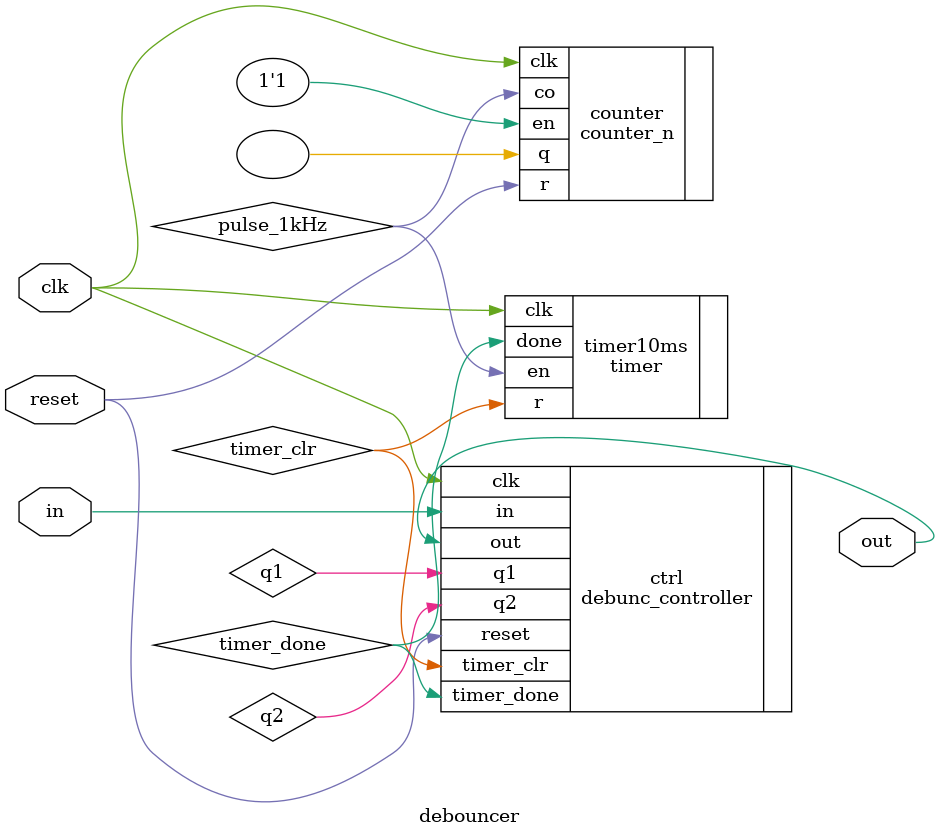
<source format=v>
module debouncer(in,out,reset,clk);
//Declaration of the ports
parameter sim=0;
input in,clk,reset;
output out;
//Achievement
wire pulse_1kHz;
wire q1,q2;
wire timer_done,timer_clr;
counter_n #(.n(sim?32:10_0000),.counter_bits(sim?5:18))counter(.clk(clk),.r(reset),.en(1'b1),.co(pulse_1kHz),.q());
timer timer10ms(.clk(clk),.r(timer_clr),.en(pulse_1kHz),.done(timer_done));
debunc_controller ctrl(.in(in),.timer_done(timer_done),.clk(clk),.timer_clr(timer_clr),.out(out),.reset(reset),.q1(q1),.q2(q2));

endmodule

</source>
